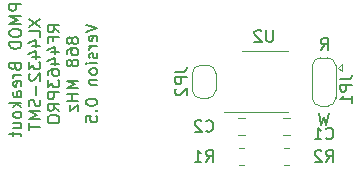
<source format=gbr>
%TF.GenerationSoftware,KiCad,Pcbnew,7.0.4*%
%TF.CreationDate,2023-05-26T13:26:56+02:00*%
%TF.ProjectId,AS4432_868,41533434-3332-45f3-9836-382e6b696361,rev?*%
%TF.SameCoordinates,Original*%
%TF.FileFunction,Legend,Bot*%
%TF.FilePolarity,Positive*%
%FSLAX46Y46*%
G04 Gerber Fmt 4.6, Leading zero omitted, Abs format (unit mm)*
G04 Created by KiCad (PCBNEW 7.0.4) date 2023-05-26 13:26:56*
%MOMM*%
%LPD*%
G01*
G04 APERTURE LIST*
%ADD10C,0.150000*%
%ADD11C,0.120000*%
G04 APERTURE END LIST*
D10*
X146443458Y-52209819D02*
X146205363Y-53209819D01*
X146205363Y-53209819D02*
X146014887Y-52495533D01*
X146014887Y-52495533D02*
X145824411Y-53209819D01*
X145824411Y-53209819D02*
X145586316Y-52209819D01*
X145776792Y-46859819D02*
X146110125Y-46383628D01*
X146348220Y-46859819D02*
X146348220Y-45859819D01*
X146348220Y-45859819D02*
X145967268Y-45859819D01*
X145967268Y-45859819D02*
X145872030Y-45907438D01*
X145872030Y-45907438D02*
X145824411Y-45955057D01*
X145824411Y-45955057D02*
X145776792Y-46050295D01*
X145776792Y-46050295D02*
X145776792Y-46193152D01*
X145776792Y-46193152D02*
X145824411Y-46288390D01*
X145824411Y-46288390D02*
X145872030Y-46336009D01*
X145872030Y-46336009D02*
X145967268Y-46383628D01*
X145967268Y-46383628D02*
X146348220Y-46383628D01*
X120419819Y-42990237D02*
X119419819Y-42990237D01*
X119419819Y-42990237D02*
X119419819Y-43371189D01*
X119419819Y-43371189D02*
X119467438Y-43466427D01*
X119467438Y-43466427D02*
X119515057Y-43514046D01*
X119515057Y-43514046D02*
X119610295Y-43561665D01*
X119610295Y-43561665D02*
X119753152Y-43561665D01*
X119753152Y-43561665D02*
X119848390Y-43514046D01*
X119848390Y-43514046D02*
X119896009Y-43466427D01*
X119896009Y-43466427D02*
X119943628Y-43371189D01*
X119943628Y-43371189D02*
X119943628Y-42990237D01*
X120419819Y-43990237D02*
X119419819Y-43990237D01*
X119419819Y-43990237D02*
X120134104Y-44323570D01*
X120134104Y-44323570D02*
X119419819Y-44656903D01*
X119419819Y-44656903D02*
X120419819Y-44656903D01*
X119419819Y-45323570D02*
X119419819Y-45514046D01*
X119419819Y-45514046D02*
X119467438Y-45609284D01*
X119467438Y-45609284D02*
X119562676Y-45704522D01*
X119562676Y-45704522D02*
X119753152Y-45752141D01*
X119753152Y-45752141D02*
X120086485Y-45752141D01*
X120086485Y-45752141D02*
X120276961Y-45704522D01*
X120276961Y-45704522D02*
X120372200Y-45609284D01*
X120372200Y-45609284D02*
X120419819Y-45514046D01*
X120419819Y-45514046D02*
X120419819Y-45323570D01*
X120419819Y-45323570D02*
X120372200Y-45228332D01*
X120372200Y-45228332D02*
X120276961Y-45133094D01*
X120276961Y-45133094D02*
X120086485Y-45085475D01*
X120086485Y-45085475D02*
X119753152Y-45085475D01*
X119753152Y-45085475D02*
X119562676Y-45133094D01*
X119562676Y-45133094D02*
X119467438Y-45228332D01*
X119467438Y-45228332D02*
X119419819Y-45323570D01*
X120419819Y-46180713D02*
X119419819Y-46180713D01*
X119419819Y-46180713D02*
X119419819Y-46418808D01*
X119419819Y-46418808D02*
X119467438Y-46561665D01*
X119467438Y-46561665D02*
X119562676Y-46656903D01*
X119562676Y-46656903D02*
X119657914Y-46704522D01*
X119657914Y-46704522D02*
X119848390Y-46752141D01*
X119848390Y-46752141D02*
X119991247Y-46752141D01*
X119991247Y-46752141D02*
X120181723Y-46704522D01*
X120181723Y-46704522D02*
X120276961Y-46656903D01*
X120276961Y-46656903D02*
X120372200Y-46561665D01*
X120372200Y-46561665D02*
X120419819Y-46418808D01*
X120419819Y-46418808D02*
X120419819Y-46180713D01*
X119896009Y-48275951D02*
X119943628Y-48418808D01*
X119943628Y-48418808D02*
X119991247Y-48466427D01*
X119991247Y-48466427D02*
X120086485Y-48514046D01*
X120086485Y-48514046D02*
X120229342Y-48514046D01*
X120229342Y-48514046D02*
X120324580Y-48466427D01*
X120324580Y-48466427D02*
X120372200Y-48418808D01*
X120372200Y-48418808D02*
X120419819Y-48323570D01*
X120419819Y-48323570D02*
X120419819Y-47942618D01*
X120419819Y-47942618D02*
X119419819Y-47942618D01*
X119419819Y-47942618D02*
X119419819Y-48275951D01*
X119419819Y-48275951D02*
X119467438Y-48371189D01*
X119467438Y-48371189D02*
X119515057Y-48418808D01*
X119515057Y-48418808D02*
X119610295Y-48466427D01*
X119610295Y-48466427D02*
X119705533Y-48466427D01*
X119705533Y-48466427D02*
X119800771Y-48418808D01*
X119800771Y-48418808D02*
X119848390Y-48371189D01*
X119848390Y-48371189D02*
X119896009Y-48275951D01*
X119896009Y-48275951D02*
X119896009Y-47942618D01*
X120419819Y-48942618D02*
X119753152Y-48942618D01*
X119943628Y-48942618D02*
X119848390Y-48990237D01*
X119848390Y-48990237D02*
X119800771Y-49037856D01*
X119800771Y-49037856D02*
X119753152Y-49133094D01*
X119753152Y-49133094D02*
X119753152Y-49228332D01*
X120372200Y-49942618D02*
X120419819Y-49847380D01*
X120419819Y-49847380D02*
X120419819Y-49656904D01*
X120419819Y-49656904D02*
X120372200Y-49561666D01*
X120372200Y-49561666D02*
X120276961Y-49514047D01*
X120276961Y-49514047D02*
X119896009Y-49514047D01*
X119896009Y-49514047D02*
X119800771Y-49561666D01*
X119800771Y-49561666D02*
X119753152Y-49656904D01*
X119753152Y-49656904D02*
X119753152Y-49847380D01*
X119753152Y-49847380D02*
X119800771Y-49942618D01*
X119800771Y-49942618D02*
X119896009Y-49990237D01*
X119896009Y-49990237D02*
X119991247Y-49990237D01*
X119991247Y-49990237D02*
X120086485Y-49514047D01*
X120419819Y-50847380D02*
X119896009Y-50847380D01*
X119896009Y-50847380D02*
X119800771Y-50799761D01*
X119800771Y-50799761D02*
X119753152Y-50704523D01*
X119753152Y-50704523D02*
X119753152Y-50514047D01*
X119753152Y-50514047D02*
X119800771Y-50418809D01*
X120372200Y-50847380D02*
X120419819Y-50752142D01*
X120419819Y-50752142D02*
X120419819Y-50514047D01*
X120419819Y-50514047D02*
X120372200Y-50418809D01*
X120372200Y-50418809D02*
X120276961Y-50371190D01*
X120276961Y-50371190D02*
X120181723Y-50371190D01*
X120181723Y-50371190D02*
X120086485Y-50418809D01*
X120086485Y-50418809D02*
X120038866Y-50514047D01*
X120038866Y-50514047D02*
X120038866Y-50752142D01*
X120038866Y-50752142D02*
X119991247Y-50847380D01*
X120419819Y-51323571D02*
X119419819Y-51323571D01*
X120038866Y-51418809D02*
X120419819Y-51704523D01*
X119753152Y-51704523D02*
X120134104Y-51323571D01*
X120419819Y-52275952D02*
X120372200Y-52180714D01*
X120372200Y-52180714D02*
X120324580Y-52133095D01*
X120324580Y-52133095D02*
X120229342Y-52085476D01*
X120229342Y-52085476D02*
X119943628Y-52085476D01*
X119943628Y-52085476D02*
X119848390Y-52133095D01*
X119848390Y-52133095D02*
X119800771Y-52180714D01*
X119800771Y-52180714D02*
X119753152Y-52275952D01*
X119753152Y-52275952D02*
X119753152Y-52418809D01*
X119753152Y-52418809D02*
X119800771Y-52514047D01*
X119800771Y-52514047D02*
X119848390Y-52561666D01*
X119848390Y-52561666D02*
X119943628Y-52609285D01*
X119943628Y-52609285D02*
X120229342Y-52609285D01*
X120229342Y-52609285D02*
X120324580Y-52561666D01*
X120324580Y-52561666D02*
X120372200Y-52514047D01*
X120372200Y-52514047D02*
X120419819Y-52418809D01*
X120419819Y-52418809D02*
X120419819Y-52275952D01*
X119753152Y-53466428D02*
X120419819Y-53466428D01*
X119753152Y-53037857D02*
X120276961Y-53037857D01*
X120276961Y-53037857D02*
X120372200Y-53085476D01*
X120372200Y-53085476D02*
X120419819Y-53180714D01*
X120419819Y-53180714D02*
X120419819Y-53323571D01*
X120419819Y-53323571D02*
X120372200Y-53418809D01*
X120372200Y-53418809D02*
X120324580Y-53466428D01*
X119753152Y-53799762D02*
X119753152Y-54180714D01*
X119419819Y-53942619D02*
X120276961Y-53942619D01*
X120276961Y-53942619D02*
X120372200Y-53990238D01*
X120372200Y-53990238D02*
X120419819Y-54085476D01*
X120419819Y-54085476D02*
X120419819Y-54180714D01*
X121029819Y-44204524D02*
X122029819Y-44871190D01*
X121029819Y-44871190D02*
X122029819Y-44204524D01*
X122029819Y-45728333D02*
X122029819Y-45252143D01*
X122029819Y-45252143D02*
X121029819Y-45252143D01*
X121363152Y-46490238D02*
X122029819Y-46490238D01*
X120982200Y-46252143D02*
X121696485Y-46014048D01*
X121696485Y-46014048D02*
X121696485Y-46633095D01*
X121363152Y-47442619D02*
X122029819Y-47442619D01*
X120982200Y-47204524D02*
X121696485Y-46966429D01*
X121696485Y-46966429D02*
X121696485Y-47585476D01*
X121029819Y-47871191D02*
X121029819Y-48490238D01*
X121029819Y-48490238D02*
X121410771Y-48156905D01*
X121410771Y-48156905D02*
X121410771Y-48299762D01*
X121410771Y-48299762D02*
X121458390Y-48395000D01*
X121458390Y-48395000D02*
X121506009Y-48442619D01*
X121506009Y-48442619D02*
X121601247Y-48490238D01*
X121601247Y-48490238D02*
X121839342Y-48490238D01*
X121839342Y-48490238D02*
X121934580Y-48442619D01*
X121934580Y-48442619D02*
X121982200Y-48395000D01*
X121982200Y-48395000D02*
X122029819Y-48299762D01*
X122029819Y-48299762D02*
X122029819Y-48014048D01*
X122029819Y-48014048D02*
X121982200Y-47918810D01*
X121982200Y-47918810D02*
X121934580Y-47871191D01*
X121125057Y-48871191D02*
X121077438Y-48918810D01*
X121077438Y-48918810D02*
X121029819Y-49014048D01*
X121029819Y-49014048D02*
X121029819Y-49252143D01*
X121029819Y-49252143D02*
X121077438Y-49347381D01*
X121077438Y-49347381D02*
X121125057Y-49395000D01*
X121125057Y-49395000D02*
X121220295Y-49442619D01*
X121220295Y-49442619D02*
X121315533Y-49442619D01*
X121315533Y-49442619D02*
X121458390Y-49395000D01*
X121458390Y-49395000D02*
X122029819Y-48823572D01*
X122029819Y-48823572D02*
X122029819Y-49442619D01*
X121648866Y-49871191D02*
X121648866Y-50633096D01*
X121982200Y-51061667D02*
X122029819Y-51204524D01*
X122029819Y-51204524D02*
X122029819Y-51442619D01*
X122029819Y-51442619D02*
X121982200Y-51537857D01*
X121982200Y-51537857D02*
X121934580Y-51585476D01*
X121934580Y-51585476D02*
X121839342Y-51633095D01*
X121839342Y-51633095D02*
X121744104Y-51633095D01*
X121744104Y-51633095D02*
X121648866Y-51585476D01*
X121648866Y-51585476D02*
X121601247Y-51537857D01*
X121601247Y-51537857D02*
X121553628Y-51442619D01*
X121553628Y-51442619D02*
X121506009Y-51252143D01*
X121506009Y-51252143D02*
X121458390Y-51156905D01*
X121458390Y-51156905D02*
X121410771Y-51109286D01*
X121410771Y-51109286D02*
X121315533Y-51061667D01*
X121315533Y-51061667D02*
X121220295Y-51061667D01*
X121220295Y-51061667D02*
X121125057Y-51109286D01*
X121125057Y-51109286D02*
X121077438Y-51156905D01*
X121077438Y-51156905D02*
X121029819Y-51252143D01*
X121029819Y-51252143D02*
X121029819Y-51490238D01*
X121029819Y-51490238D02*
X121077438Y-51633095D01*
X122029819Y-52061667D02*
X121029819Y-52061667D01*
X121029819Y-52061667D02*
X121744104Y-52395000D01*
X121744104Y-52395000D02*
X121029819Y-52728333D01*
X121029819Y-52728333D02*
X122029819Y-52728333D01*
X121029819Y-53061667D02*
X121029819Y-53633095D01*
X122029819Y-53347381D02*
X121029819Y-53347381D01*
X123639819Y-45347380D02*
X123163628Y-45014047D01*
X123639819Y-44775952D02*
X122639819Y-44775952D01*
X122639819Y-44775952D02*
X122639819Y-45156904D01*
X122639819Y-45156904D02*
X122687438Y-45252142D01*
X122687438Y-45252142D02*
X122735057Y-45299761D01*
X122735057Y-45299761D02*
X122830295Y-45347380D01*
X122830295Y-45347380D02*
X122973152Y-45347380D01*
X122973152Y-45347380D02*
X123068390Y-45299761D01*
X123068390Y-45299761D02*
X123116009Y-45252142D01*
X123116009Y-45252142D02*
X123163628Y-45156904D01*
X123163628Y-45156904D02*
X123163628Y-44775952D01*
X123116009Y-46109285D02*
X123116009Y-45775952D01*
X123639819Y-45775952D02*
X122639819Y-45775952D01*
X122639819Y-45775952D02*
X122639819Y-46252142D01*
X122973152Y-47061666D02*
X123639819Y-47061666D01*
X122592200Y-46823571D02*
X123306485Y-46585476D01*
X123306485Y-46585476D02*
X123306485Y-47204523D01*
X122973152Y-48014047D02*
X123639819Y-48014047D01*
X122592200Y-47775952D02*
X123306485Y-47537857D01*
X123306485Y-47537857D02*
X123306485Y-48156904D01*
X122639819Y-48966428D02*
X122639819Y-48775952D01*
X122639819Y-48775952D02*
X122687438Y-48680714D01*
X122687438Y-48680714D02*
X122735057Y-48633095D01*
X122735057Y-48633095D02*
X122877914Y-48537857D01*
X122877914Y-48537857D02*
X123068390Y-48490238D01*
X123068390Y-48490238D02*
X123449342Y-48490238D01*
X123449342Y-48490238D02*
X123544580Y-48537857D01*
X123544580Y-48537857D02*
X123592200Y-48585476D01*
X123592200Y-48585476D02*
X123639819Y-48680714D01*
X123639819Y-48680714D02*
X123639819Y-48871190D01*
X123639819Y-48871190D02*
X123592200Y-48966428D01*
X123592200Y-48966428D02*
X123544580Y-49014047D01*
X123544580Y-49014047D02*
X123449342Y-49061666D01*
X123449342Y-49061666D02*
X123211247Y-49061666D01*
X123211247Y-49061666D02*
X123116009Y-49014047D01*
X123116009Y-49014047D02*
X123068390Y-48966428D01*
X123068390Y-48966428D02*
X123020771Y-48871190D01*
X123020771Y-48871190D02*
X123020771Y-48680714D01*
X123020771Y-48680714D02*
X123068390Y-48585476D01*
X123068390Y-48585476D02*
X123116009Y-48537857D01*
X123116009Y-48537857D02*
X123211247Y-48490238D01*
X122639819Y-49395000D02*
X122639819Y-50014047D01*
X122639819Y-50014047D02*
X123020771Y-49680714D01*
X123020771Y-49680714D02*
X123020771Y-49823571D01*
X123020771Y-49823571D02*
X123068390Y-49918809D01*
X123068390Y-49918809D02*
X123116009Y-49966428D01*
X123116009Y-49966428D02*
X123211247Y-50014047D01*
X123211247Y-50014047D02*
X123449342Y-50014047D01*
X123449342Y-50014047D02*
X123544580Y-49966428D01*
X123544580Y-49966428D02*
X123592200Y-49918809D01*
X123592200Y-49918809D02*
X123639819Y-49823571D01*
X123639819Y-49823571D02*
X123639819Y-49537857D01*
X123639819Y-49537857D02*
X123592200Y-49442619D01*
X123592200Y-49442619D02*
X123544580Y-49395000D01*
X123639819Y-50442619D02*
X122639819Y-50442619D01*
X122639819Y-50442619D02*
X122639819Y-50823571D01*
X122639819Y-50823571D02*
X122687438Y-50918809D01*
X122687438Y-50918809D02*
X122735057Y-50966428D01*
X122735057Y-50966428D02*
X122830295Y-51014047D01*
X122830295Y-51014047D02*
X122973152Y-51014047D01*
X122973152Y-51014047D02*
X123068390Y-50966428D01*
X123068390Y-50966428D02*
X123116009Y-50918809D01*
X123116009Y-50918809D02*
X123163628Y-50823571D01*
X123163628Y-50823571D02*
X123163628Y-50442619D01*
X123639819Y-52014047D02*
X123163628Y-51680714D01*
X123639819Y-51442619D02*
X122639819Y-51442619D01*
X122639819Y-51442619D02*
X122639819Y-51823571D01*
X122639819Y-51823571D02*
X122687438Y-51918809D01*
X122687438Y-51918809D02*
X122735057Y-51966428D01*
X122735057Y-51966428D02*
X122830295Y-52014047D01*
X122830295Y-52014047D02*
X122973152Y-52014047D01*
X122973152Y-52014047D02*
X123068390Y-51966428D01*
X123068390Y-51966428D02*
X123116009Y-51918809D01*
X123116009Y-51918809D02*
X123163628Y-51823571D01*
X123163628Y-51823571D02*
X123163628Y-51442619D01*
X122639819Y-52633095D02*
X122639819Y-52823571D01*
X122639819Y-52823571D02*
X122687438Y-52918809D01*
X122687438Y-52918809D02*
X122782676Y-53014047D01*
X122782676Y-53014047D02*
X122973152Y-53061666D01*
X122973152Y-53061666D02*
X123306485Y-53061666D01*
X123306485Y-53061666D02*
X123496961Y-53014047D01*
X123496961Y-53014047D02*
X123592200Y-52918809D01*
X123592200Y-52918809D02*
X123639819Y-52823571D01*
X123639819Y-52823571D02*
X123639819Y-52633095D01*
X123639819Y-52633095D02*
X123592200Y-52537857D01*
X123592200Y-52537857D02*
X123496961Y-52442619D01*
X123496961Y-52442619D02*
X123306485Y-52395000D01*
X123306485Y-52395000D02*
X122973152Y-52395000D01*
X122973152Y-52395000D02*
X122782676Y-52442619D01*
X122782676Y-52442619D02*
X122687438Y-52537857D01*
X122687438Y-52537857D02*
X122639819Y-52633095D01*
X124678390Y-45966428D02*
X124630771Y-45871190D01*
X124630771Y-45871190D02*
X124583152Y-45823571D01*
X124583152Y-45823571D02*
X124487914Y-45775952D01*
X124487914Y-45775952D02*
X124440295Y-45775952D01*
X124440295Y-45775952D02*
X124345057Y-45823571D01*
X124345057Y-45823571D02*
X124297438Y-45871190D01*
X124297438Y-45871190D02*
X124249819Y-45966428D01*
X124249819Y-45966428D02*
X124249819Y-46156904D01*
X124249819Y-46156904D02*
X124297438Y-46252142D01*
X124297438Y-46252142D02*
X124345057Y-46299761D01*
X124345057Y-46299761D02*
X124440295Y-46347380D01*
X124440295Y-46347380D02*
X124487914Y-46347380D01*
X124487914Y-46347380D02*
X124583152Y-46299761D01*
X124583152Y-46299761D02*
X124630771Y-46252142D01*
X124630771Y-46252142D02*
X124678390Y-46156904D01*
X124678390Y-46156904D02*
X124678390Y-45966428D01*
X124678390Y-45966428D02*
X124726009Y-45871190D01*
X124726009Y-45871190D02*
X124773628Y-45823571D01*
X124773628Y-45823571D02*
X124868866Y-45775952D01*
X124868866Y-45775952D02*
X125059342Y-45775952D01*
X125059342Y-45775952D02*
X125154580Y-45823571D01*
X125154580Y-45823571D02*
X125202200Y-45871190D01*
X125202200Y-45871190D02*
X125249819Y-45966428D01*
X125249819Y-45966428D02*
X125249819Y-46156904D01*
X125249819Y-46156904D02*
X125202200Y-46252142D01*
X125202200Y-46252142D02*
X125154580Y-46299761D01*
X125154580Y-46299761D02*
X125059342Y-46347380D01*
X125059342Y-46347380D02*
X124868866Y-46347380D01*
X124868866Y-46347380D02*
X124773628Y-46299761D01*
X124773628Y-46299761D02*
X124726009Y-46252142D01*
X124726009Y-46252142D02*
X124678390Y-46156904D01*
X124249819Y-47204523D02*
X124249819Y-47014047D01*
X124249819Y-47014047D02*
X124297438Y-46918809D01*
X124297438Y-46918809D02*
X124345057Y-46871190D01*
X124345057Y-46871190D02*
X124487914Y-46775952D01*
X124487914Y-46775952D02*
X124678390Y-46728333D01*
X124678390Y-46728333D02*
X125059342Y-46728333D01*
X125059342Y-46728333D02*
X125154580Y-46775952D01*
X125154580Y-46775952D02*
X125202200Y-46823571D01*
X125202200Y-46823571D02*
X125249819Y-46918809D01*
X125249819Y-46918809D02*
X125249819Y-47109285D01*
X125249819Y-47109285D02*
X125202200Y-47204523D01*
X125202200Y-47204523D02*
X125154580Y-47252142D01*
X125154580Y-47252142D02*
X125059342Y-47299761D01*
X125059342Y-47299761D02*
X124821247Y-47299761D01*
X124821247Y-47299761D02*
X124726009Y-47252142D01*
X124726009Y-47252142D02*
X124678390Y-47204523D01*
X124678390Y-47204523D02*
X124630771Y-47109285D01*
X124630771Y-47109285D02*
X124630771Y-46918809D01*
X124630771Y-46918809D02*
X124678390Y-46823571D01*
X124678390Y-46823571D02*
X124726009Y-46775952D01*
X124726009Y-46775952D02*
X124821247Y-46728333D01*
X124678390Y-47871190D02*
X124630771Y-47775952D01*
X124630771Y-47775952D02*
X124583152Y-47728333D01*
X124583152Y-47728333D02*
X124487914Y-47680714D01*
X124487914Y-47680714D02*
X124440295Y-47680714D01*
X124440295Y-47680714D02*
X124345057Y-47728333D01*
X124345057Y-47728333D02*
X124297438Y-47775952D01*
X124297438Y-47775952D02*
X124249819Y-47871190D01*
X124249819Y-47871190D02*
X124249819Y-48061666D01*
X124249819Y-48061666D02*
X124297438Y-48156904D01*
X124297438Y-48156904D02*
X124345057Y-48204523D01*
X124345057Y-48204523D02*
X124440295Y-48252142D01*
X124440295Y-48252142D02*
X124487914Y-48252142D01*
X124487914Y-48252142D02*
X124583152Y-48204523D01*
X124583152Y-48204523D02*
X124630771Y-48156904D01*
X124630771Y-48156904D02*
X124678390Y-48061666D01*
X124678390Y-48061666D02*
X124678390Y-47871190D01*
X124678390Y-47871190D02*
X124726009Y-47775952D01*
X124726009Y-47775952D02*
X124773628Y-47728333D01*
X124773628Y-47728333D02*
X124868866Y-47680714D01*
X124868866Y-47680714D02*
X125059342Y-47680714D01*
X125059342Y-47680714D02*
X125154580Y-47728333D01*
X125154580Y-47728333D02*
X125202200Y-47775952D01*
X125202200Y-47775952D02*
X125249819Y-47871190D01*
X125249819Y-47871190D02*
X125249819Y-48061666D01*
X125249819Y-48061666D02*
X125202200Y-48156904D01*
X125202200Y-48156904D02*
X125154580Y-48204523D01*
X125154580Y-48204523D02*
X125059342Y-48252142D01*
X125059342Y-48252142D02*
X124868866Y-48252142D01*
X124868866Y-48252142D02*
X124773628Y-48204523D01*
X124773628Y-48204523D02*
X124726009Y-48156904D01*
X124726009Y-48156904D02*
X124678390Y-48061666D01*
X125249819Y-49442619D02*
X124249819Y-49442619D01*
X124249819Y-49442619D02*
X124964104Y-49775952D01*
X124964104Y-49775952D02*
X124249819Y-50109285D01*
X124249819Y-50109285D02*
X125249819Y-50109285D01*
X125249819Y-50585476D02*
X124249819Y-50585476D01*
X124726009Y-50585476D02*
X124726009Y-51156904D01*
X125249819Y-51156904D02*
X124249819Y-51156904D01*
X124583152Y-51537857D02*
X124583152Y-52061666D01*
X124583152Y-52061666D02*
X125249819Y-51537857D01*
X125249819Y-51537857D02*
X125249819Y-52061666D01*
X125859819Y-44704524D02*
X126859819Y-45037857D01*
X126859819Y-45037857D02*
X125859819Y-45371190D01*
X126812200Y-46085476D02*
X126859819Y-45990238D01*
X126859819Y-45990238D02*
X126859819Y-45799762D01*
X126859819Y-45799762D02*
X126812200Y-45704524D01*
X126812200Y-45704524D02*
X126716961Y-45656905D01*
X126716961Y-45656905D02*
X126336009Y-45656905D01*
X126336009Y-45656905D02*
X126240771Y-45704524D01*
X126240771Y-45704524D02*
X126193152Y-45799762D01*
X126193152Y-45799762D02*
X126193152Y-45990238D01*
X126193152Y-45990238D02*
X126240771Y-46085476D01*
X126240771Y-46085476D02*
X126336009Y-46133095D01*
X126336009Y-46133095D02*
X126431247Y-46133095D01*
X126431247Y-46133095D02*
X126526485Y-45656905D01*
X126859819Y-46561667D02*
X126193152Y-46561667D01*
X126383628Y-46561667D02*
X126288390Y-46609286D01*
X126288390Y-46609286D02*
X126240771Y-46656905D01*
X126240771Y-46656905D02*
X126193152Y-46752143D01*
X126193152Y-46752143D02*
X126193152Y-46847381D01*
X126812200Y-47133096D02*
X126859819Y-47228334D01*
X126859819Y-47228334D02*
X126859819Y-47418810D01*
X126859819Y-47418810D02*
X126812200Y-47514048D01*
X126812200Y-47514048D02*
X126716961Y-47561667D01*
X126716961Y-47561667D02*
X126669342Y-47561667D01*
X126669342Y-47561667D02*
X126574104Y-47514048D01*
X126574104Y-47514048D02*
X126526485Y-47418810D01*
X126526485Y-47418810D02*
X126526485Y-47275953D01*
X126526485Y-47275953D02*
X126478866Y-47180715D01*
X126478866Y-47180715D02*
X126383628Y-47133096D01*
X126383628Y-47133096D02*
X126336009Y-47133096D01*
X126336009Y-47133096D02*
X126240771Y-47180715D01*
X126240771Y-47180715D02*
X126193152Y-47275953D01*
X126193152Y-47275953D02*
X126193152Y-47418810D01*
X126193152Y-47418810D02*
X126240771Y-47514048D01*
X126859819Y-47990239D02*
X126193152Y-47990239D01*
X125859819Y-47990239D02*
X125907438Y-47942620D01*
X125907438Y-47942620D02*
X125955057Y-47990239D01*
X125955057Y-47990239D02*
X125907438Y-48037858D01*
X125907438Y-48037858D02*
X125859819Y-47990239D01*
X125859819Y-47990239D02*
X125955057Y-47990239D01*
X126859819Y-48609286D02*
X126812200Y-48514048D01*
X126812200Y-48514048D02*
X126764580Y-48466429D01*
X126764580Y-48466429D02*
X126669342Y-48418810D01*
X126669342Y-48418810D02*
X126383628Y-48418810D01*
X126383628Y-48418810D02*
X126288390Y-48466429D01*
X126288390Y-48466429D02*
X126240771Y-48514048D01*
X126240771Y-48514048D02*
X126193152Y-48609286D01*
X126193152Y-48609286D02*
X126193152Y-48752143D01*
X126193152Y-48752143D02*
X126240771Y-48847381D01*
X126240771Y-48847381D02*
X126288390Y-48895000D01*
X126288390Y-48895000D02*
X126383628Y-48942619D01*
X126383628Y-48942619D02*
X126669342Y-48942619D01*
X126669342Y-48942619D02*
X126764580Y-48895000D01*
X126764580Y-48895000D02*
X126812200Y-48847381D01*
X126812200Y-48847381D02*
X126859819Y-48752143D01*
X126859819Y-48752143D02*
X126859819Y-48609286D01*
X126193152Y-49371191D02*
X126859819Y-49371191D01*
X126288390Y-49371191D02*
X126240771Y-49418810D01*
X126240771Y-49418810D02*
X126193152Y-49514048D01*
X126193152Y-49514048D02*
X126193152Y-49656905D01*
X126193152Y-49656905D02*
X126240771Y-49752143D01*
X126240771Y-49752143D02*
X126336009Y-49799762D01*
X126336009Y-49799762D02*
X126859819Y-49799762D01*
X125859819Y-51228334D02*
X125859819Y-51323572D01*
X125859819Y-51323572D02*
X125907438Y-51418810D01*
X125907438Y-51418810D02*
X125955057Y-51466429D01*
X125955057Y-51466429D02*
X126050295Y-51514048D01*
X126050295Y-51514048D02*
X126240771Y-51561667D01*
X126240771Y-51561667D02*
X126478866Y-51561667D01*
X126478866Y-51561667D02*
X126669342Y-51514048D01*
X126669342Y-51514048D02*
X126764580Y-51466429D01*
X126764580Y-51466429D02*
X126812200Y-51418810D01*
X126812200Y-51418810D02*
X126859819Y-51323572D01*
X126859819Y-51323572D02*
X126859819Y-51228334D01*
X126859819Y-51228334D02*
X126812200Y-51133096D01*
X126812200Y-51133096D02*
X126764580Y-51085477D01*
X126764580Y-51085477D02*
X126669342Y-51037858D01*
X126669342Y-51037858D02*
X126478866Y-50990239D01*
X126478866Y-50990239D02*
X126240771Y-50990239D01*
X126240771Y-50990239D02*
X126050295Y-51037858D01*
X126050295Y-51037858D02*
X125955057Y-51085477D01*
X125955057Y-51085477D02*
X125907438Y-51133096D01*
X125907438Y-51133096D02*
X125859819Y-51228334D01*
X126764580Y-51990239D02*
X126812200Y-52037858D01*
X126812200Y-52037858D02*
X126859819Y-51990239D01*
X126859819Y-51990239D02*
X126812200Y-51942620D01*
X126812200Y-51942620D02*
X126764580Y-51990239D01*
X126764580Y-51990239D02*
X126859819Y-51990239D01*
X125859819Y-52942619D02*
X125859819Y-52466429D01*
X125859819Y-52466429D02*
X126336009Y-52418810D01*
X126336009Y-52418810D02*
X126288390Y-52466429D01*
X126288390Y-52466429D02*
X126240771Y-52561667D01*
X126240771Y-52561667D02*
X126240771Y-52799762D01*
X126240771Y-52799762D02*
X126288390Y-52895000D01*
X126288390Y-52895000D02*
X126336009Y-52942619D01*
X126336009Y-52942619D02*
X126431247Y-52990238D01*
X126431247Y-52990238D02*
X126669342Y-52990238D01*
X126669342Y-52990238D02*
X126764580Y-52942619D01*
X126764580Y-52942619D02*
X126812200Y-52895000D01*
X126812200Y-52895000D02*
X126859819Y-52799762D01*
X126859819Y-52799762D02*
X126859819Y-52561667D01*
X126859819Y-52561667D02*
X126812200Y-52466429D01*
X126812200Y-52466429D02*
X126764580Y-52418810D01*
%TO.C,C1*%
X146216666Y-54334580D02*
X146264285Y-54382200D01*
X146264285Y-54382200D02*
X146407142Y-54429819D01*
X146407142Y-54429819D02*
X146502380Y-54429819D01*
X146502380Y-54429819D02*
X146645237Y-54382200D01*
X146645237Y-54382200D02*
X146740475Y-54286961D01*
X146740475Y-54286961D02*
X146788094Y-54191723D01*
X146788094Y-54191723D02*
X146835713Y-54001247D01*
X146835713Y-54001247D02*
X146835713Y-53858390D01*
X146835713Y-53858390D02*
X146788094Y-53667914D01*
X146788094Y-53667914D02*
X146740475Y-53572676D01*
X146740475Y-53572676D02*
X146645237Y-53477438D01*
X146645237Y-53477438D02*
X146502380Y-53429819D01*
X146502380Y-53429819D02*
X146407142Y-53429819D01*
X146407142Y-53429819D02*
X146264285Y-53477438D01*
X146264285Y-53477438D02*
X146216666Y-53525057D01*
X145264285Y-54429819D02*
X145835713Y-54429819D01*
X145549999Y-54429819D02*
X145549999Y-53429819D01*
X145549999Y-53429819D02*
X145645237Y-53572676D01*
X145645237Y-53572676D02*
X145740475Y-53667914D01*
X145740475Y-53667914D02*
X145835713Y-53715533D01*
%TO.C,R2*%
X146216666Y-56334819D02*
X146549999Y-55858628D01*
X146788094Y-56334819D02*
X146788094Y-55334819D01*
X146788094Y-55334819D02*
X146407142Y-55334819D01*
X146407142Y-55334819D02*
X146311904Y-55382438D01*
X146311904Y-55382438D02*
X146264285Y-55430057D01*
X146264285Y-55430057D02*
X146216666Y-55525295D01*
X146216666Y-55525295D02*
X146216666Y-55668152D01*
X146216666Y-55668152D02*
X146264285Y-55763390D01*
X146264285Y-55763390D02*
X146311904Y-55811009D01*
X146311904Y-55811009D02*
X146407142Y-55858628D01*
X146407142Y-55858628D02*
X146788094Y-55858628D01*
X145835713Y-55430057D02*
X145788094Y-55382438D01*
X145788094Y-55382438D02*
X145692856Y-55334819D01*
X145692856Y-55334819D02*
X145454761Y-55334819D01*
X145454761Y-55334819D02*
X145359523Y-55382438D01*
X145359523Y-55382438D02*
X145311904Y-55430057D01*
X145311904Y-55430057D02*
X145264285Y-55525295D01*
X145264285Y-55525295D02*
X145264285Y-55620533D01*
X145264285Y-55620533D02*
X145311904Y-55763390D01*
X145311904Y-55763390D02*
X145883332Y-56334819D01*
X145883332Y-56334819D02*
X145264285Y-56334819D01*
%TO.C,JP1*%
X147409819Y-49331666D02*
X148124104Y-49331666D01*
X148124104Y-49331666D02*
X148266961Y-49284047D01*
X148266961Y-49284047D02*
X148362200Y-49188809D01*
X148362200Y-49188809D02*
X148409819Y-49045952D01*
X148409819Y-49045952D02*
X148409819Y-48950714D01*
X148409819Y-49807857D02*
X147409819Y-49807857D01*
X147409819Y-49807857D02*
X147409819Y-50188809D01*
X147409819Y-50188809D02*
X147457438Y-50284047D01*
X147457438Y-50284047D02*
X147505057Y-50331666D01*
X147505057Y-50331666D02*
X147600295Y-50379285D01*
X147600295Y-50379285D02*
X147743152Y-50379285D01*
X147743152Y-50379285D02*
X147838390Y-50331666D01*
X147838390Y-50331666D02*
X147886009Y-50284047D01*
X147886009Y-50284047D02*
X147933628Y-50188809D01*
X147933628Y-50188809D02*
X147933628Y-49807857D01*
X148409819Y-51331666D02*
X148409819Y-50760238D01*
X148409819Y-51045952D02*
X147409819Y-51045952D01*
X147409819Y-51045952D02*
X147552676Y-50950714D01*
X147552676Y-50950714D02*
X147647914Y-50855476D01*
X147647914Y-50855476D02*
X147695533Y-50760238D01*
%TO.C,C2*%
X136056666Y-53699580D02*
X136104285Y-53747200D01*
X136104285Y-53747200D02*
X136247142Y-53794819D01*
X136247142Y-53794819D02*
X136342380Y-53794819D01*
X136342380Y-53794819D02*
X136485237Y-53747200D01*
X136485237Y-53747200D02*
X136580475Y-53651961D01*
X136580475Y-53651961D02*
X136628094Y-53556723D01*
X136628094Y-53556723D02*
X136675713Y-53366247D01*
X136675713Y-53366247D02*
X136675713Y-53223390D01*
X136675713Y-53223390D02*
X136628094Y-53032914D01*
X136628094Y-53032914D02*
X136580475Y-52937676D01*
X136580475Y-52937676D02*
X136485237Y-52842438D01*
X136485237Y-52842438D02*
X136342380Y-52794819D01*
X136342380Y-52794819D02*
X136247142Y-52794819D01*
X136247142Y-52794819D02*
X136104285Y-52842438D01*
X136104285Y-52842438D02*
X136056666Y-52890057D01*
X135675713Y-52890057D02*
X135628094Y-52842438D01*
X135628094Y-52842438D02*
X135532856Y-52794819D01*
X135532856Y-52794819D02*
X135294761Y-52794819D01*
X135294761Y-52794819D02*
X135199523Y-52842438D01*
X135199523Y-52842438D02*
X135151904Y-52890057D01*
X135151904Y-52890057D02*
X135104285Y-52985295D01*
X135104285Y-52985295D02*
X135104285Y-53080533D01*
X135104285Y-53080533D02*
X135151904Y-53223390D01*
X135151904Y-53223390D02*
X135723332Y-53794819D01*
X135723332Y-53794819D02*
X135104285Y-53794819D01*
%TO.C,JP2*%
X133439819Y-48711666D02*
X134154104Y-48711666D01*
X134154104Y-48711666D02*
X134296961Y-48664047D01*
X134296961Y-48664047D02*
X134392200Y-48568809D01*
X134392200Y-48568809D02*
X134439819Y-48425952D01*
X134439819Y-48425952D02*
X134439819Y-48330714D01*
X134439819Y-49187857D02*
X133439819Y-49187857D01*
X133439819Y-49187857D02*
X133439819Y-49568809D01*
X133439819Y-49568809D02*
X133487438Y-49664047D01*
X133487438Y-49664047D02*
X133535057Y-49711666D01*
X133535057Y-49711666D02*
X133630295Y-49759285D01*
X133630295Y-49759285D02*
X133773152Y-49759285D01*
X133773152Y-49759285D02*
X133868390Y-49711666D01*
X133868390Y-49711666D02*
X133916009Y-49664047D01*
X133916009Y-49664047D02*
X133963628Y-49568809D01*
X133963628Y-49568809D02*
X133963628Y-49187857D01*
X133535057Y-50140238D02*
X133487438Y-50187857D01*
X133487438Y-50187857D02*
X133439819Y-50283095D01*
X133439819Y-50283095D02*
X133439819Y-50521190D01*
X133439819Y-50521190D02*
X133487438Y-50616428D01*
X133487438Y-50616428D02*
X133535057Y-50664047D01*
X133535057Y-50664047D02*
X133630295Y-50711666D01*
X133630295Y-50711666D02*
X133725533Y-50711666D01*
X133725533Y-50711666D02*
X133868390Y-50664047D01*
X133868390Y-50664047D02*
X134439819Y-50092619D01*
X134439819Y-50092619D02*
X134439819Y-50711666D01*
%TO.C,U2*%
X141731904Y-45174819D02*
X141731904Y-45984342D01*
X141731904Y-45984342D02*
X141684285Y-46079580D01*
X141684285Y-46079580D02*
X141636666Y-46127200D01*
X141636666Y-46127200D02*
X141541428Y-46174819D01*
X141541428Y-46174819D02*
X141350952Y-46174819D01*
X141350952Y-46174819D02*
X141255714Y-46127200D01*
X141255714Y-46127200D02*
X141208095Y-46079580D01*
X141208095Y-46079580D02*
X141160476Y-45984342D01*
X141160476Y-45984342D02*
X141160476Y-45174819D01*
X140731904Y-45270057D02*
X140684285Y-45222438D01*
X140684285Y-45222438D02*
X140589047Y-45174819D01*
X140589047Y-45174819D02*
X140350952Y-45174819D01*
X140350952Y-45174819D02*
X140255714Y-45222438D01*
X140255714Y-45222438D02*
X140208095Y-45270057D01*
X140208095Y-45270057D02*
X140160476Y-45365295D01*
X140160476Y-45365295D02*
X140160476Y-45460533D01*
X140160476Y-45460533D02*
X140208095Y-45603390D01*
X140208095Y-45603390D02*
X140779523Y-46174819D01*
X140779523Y-46174819D02*
X140160476Y-46174819D01*
%TO.C,R1*%
X136056666Y-56334819D02*
X136389999Y-55858628D01*
X136628094Y-56334819D02*
X136628094Y-55334819D01*
X136628094Y-55334819D02*
X136247142Y-55334819D01*
X136247142Y-55334819D02*
X136151904Y-55382438D01*
X136151904Y-55382438D02*
X136104285Y-55430057D01*
X136104285Y-55430057D02*
X136056666Y-55525295D01*
X136056666Y-55525295D02*
X136056666Y-55668152D01*
X136056666Y-55668152D02*
X136104285Y-55763390D01*
X136104285Y-55763390D02*
X136151904Y-55811009D01*
X136151904Y-55811009D02*
X136247142Y-55858628D01*
X136247142Y-55858628D02*
X136628094Y-55858628D01*
X135104285Y-56334819D02*
X135675713Y-56334819D01*
X135389999Y-56334819D02*
X135389999Y-55334819D01*
X135389999Y-55334819D02*
X135485237Y-55477676D01*
X135485237Y-55477676D02*
X135580475Y-55572914D01*
X135580475Y-55572914D02*
X135675713Y-55620533D01*
D11*
%TO.C,C1*%
X142613748Y-52605000D02*
X143136252Y-52605000D01*
X142613748Y-54075000D02*
X143136252Y-54075000D01*
%TO.C,R2*%
X142647936Y-55145000D02*
X143102064Y-55145000D01*
X142647936Y-56615000D02*
X143102064Y-56615000D01*
%TO.C,JP1*%
X146350000Y-47510000D02*
X145750000Y-47510000D01*
X147550000Y-48060000D02*
X147550000Y-48660000D01*
X145050000Y-48160000D02*
X145050000Y-50960000D01*
X147250000Y-48360000D02*
X147550000Y-48060000D01*
X147250000Y-48360000D02*
X147550000Y-48660000D01*
X147050000Y-50960000D02*
X147050000Y-48160000D01*
X145750000Y-51610000D02*
X146350000Y-51610000D01*
X147050000Y-48210000D02*
G75*
G03*
X146350000Y-47510000I-699999J1D01*
G01*
X145750000Y-47510000D02*
G75*
G03*
X145050000Y-48210000I-1J-699999D01*
G01*
X146350000Y-51610000D02*
G75*
G03*
X147050000Y-50910000I0J700000D01*
G01*
X145050000Y-50910000D02*
G75*
G03*
X145750000Y-51610000I700000J0D01*
G01*
%TO.C,C2*%
X139326252Y-54075000D02*
X138803748Y-54075000D01*
X139326252Y-52605000D02*
X138803748Y-52605000D01*
%TO.C,JP2*%
X135590000Y-50945000D02*
X136190000Y-50945000D01*
X136890000Y-50245000D02*
X136890000Y-48845000D01*
X134890000Y-48845000D02*
X134890000Y-50245000D01*
X136190000Y-48145000D02*
X135590000Y-48145000D01*
X134890000Y-50245000D02*
G75*
G03*
X135590000Y-50945000I699999J-1D01*
G01*
X136190000Y-50945000D02*
G75*
G03*
X136890000Y-50245000I1J699999D01*
G01*
X135590000Y-48145000D02*
G75*
G03*
X134890000Y-48845000I0J-700000D01*
G01*
X136890000Y-48845000D02*
G75*
G03*
X136190000Y-48145000I-700000J0D01*
G01*
%TO.C,U2*%
X141055000Y-46970000D02*
X139105000Y-46970000D01*
X141055000Y-46970000D02*
X143005000Y-46970000D01*
X141055000Y-52090000D02*
X137605000Y-52090000D01*
X141055000Y-52090000D02*
X143005000Y-52090000D01*
%TO.C,R1*%
X139292064Y-56615000D02*
X138837936Y-56615000D01*
X139292064Y-55145000D02*
X138837936Y-55145000D01*
%TD*%
M02*

</source>
